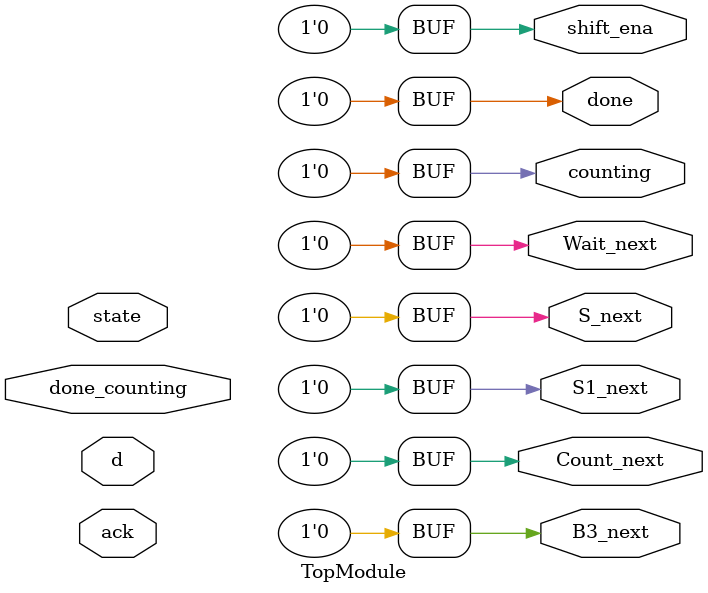
<source format=v>
module TopModule (
  input d,
  input done_counting,
  input ack,
  input [9:0] state,
  output B3_next,
  output S_next,
  output S1_next,
  output Count_next,
  output Wait_next,
  output done,
  output counting,
  output shift_ena
);

  // Default output assignments (important for synthesis)
  assign B3_next = 1'b0;
  assign S_next = 1'b0;
  assign S1_next = 1'b0;
  assign Count_next = 1'b0;
  assign Wait_next = 1'b0;
  assign done = 1'b0;
  assign counting = 1'b0;
  assign shift_ena = 1'b0;


endmodule
</source>
